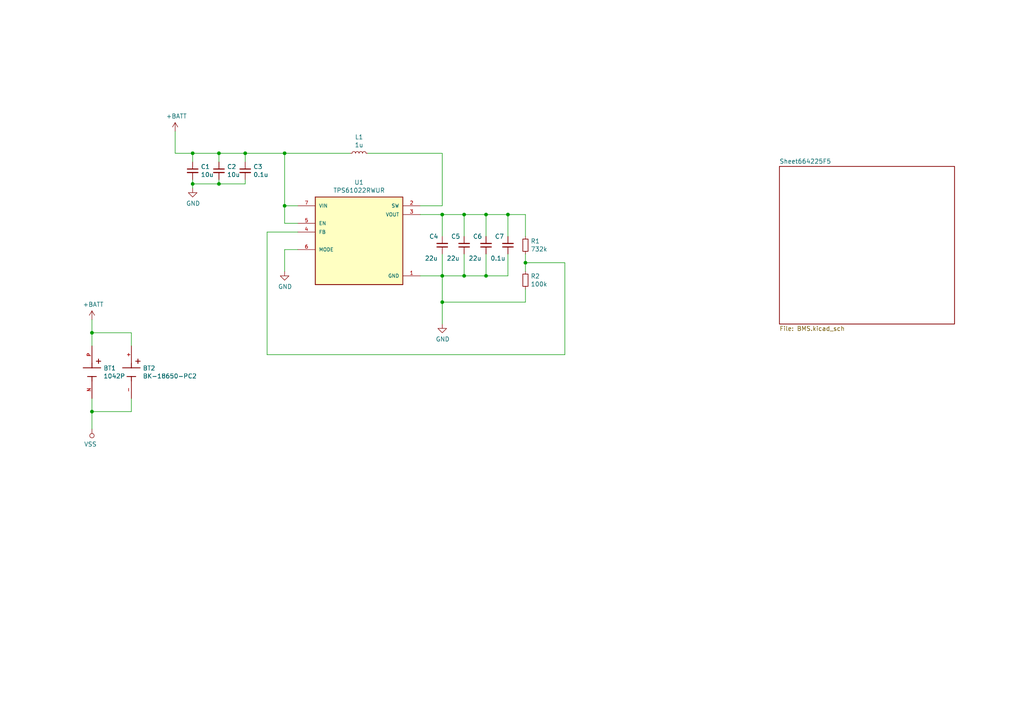
<source format=kicad_sch>
(kicad_sch (version 20231120) (generator "eeschema") (generator_version "8.0")
  (paper "A4")
  (lib_symbols
    (symbol "1042P:1042P" (pin_names (offset 1.016) hide)
      (property "Reference" "BT" (at -3.81 3.81 0))
      (property "Value" "1042P" (at -3.81 -5.08 0))
      (symbol "1042P_0_0"
        (polyline (pts (xy -3.81 1.905) (xy -2.54 1.905)) (stroke (width 0.254)))
        (polyline (pts (xy -3.175 2.54) (xy -3.175 1.27)) (stroke (width 0.254)))
        (polyline (pts (xy -1.27 0) (xy -2.54 0)) (stroke (width 0.254)))
        (polyline (pts (xy -1.27 0) (xy -1.27 -2.54)) (stroke (width 0.254)))
        (polyline (pts (xy -1.27 2.54) (xy -1.27 0)) (stroke (width 0.254)))
        (polyline (pts (xy 1.27 0) (xy 1.27 -1.27)) (stroke (width 0.254)))
        (polyline (pts (xy 1.27 0) (xy 2.54 0)) (stroke (width 0.254)))
        (polyline (pts (xy 1.27 1.27) (xy 1.27 0)) (stroke (width 0.254)))
        (pin passive line (at 7.62 0 180) (length 5.08) (name "~") (number "N"))
        (pin passive line (at -7.62 0 0) (length 5.08) (name "~") (number "P"))
      )
    )
    (symbol "BK-18650-PC2:BK-18650-PC2" (pin_names (offset 1.016) hide)
      (property "Reference" "BT" (at -3.81 3.81 0))
      (property "Value" "BK-18650-PC2" (at -3.81 -5.08 0))
      (symbol "BK-18650-PC2_0_0"
        (polyline (pts (xy -3.81 1.905) (xy -2.54 1.905)) (stroke (width 0.254)))
        (polyline (pts (xy -3.175 2.54) (xy -3.175 1.27)) (stroke (width 0.254)))
        (polyline (pts (xy -1.27 0) (xy -2.54 0)) (stroke (width 0.254)))
        (polyline (pts (xy -1.27 0) (xy -1.27 -2.54)) (stroke (width 0.254)))
        (polyline (pts (xy -1.27 2.54) (xy -1.27 0)) (stroke (width 0.254)))
        (polyline (pts (xy 1.27 0) (xy 1.27 -1.27)) (stroke (width 0.254)))
        (polyline (pts (xy 1.27 0) (xy 2.54 0)) (stroke (width 0.254)))
        (polyline (pts (xy 1.27 1.27) (xy 1.27 0)) (stroke (width 0.254)))
        (pin passive line (at -7.62 0 0) (length 5.08) (name "~") (number "+"))
        (pin passive line (at 7.62 0 180) (length 5.08) (name "~") (number "-"))
      )
    )
    (symbol "Device:C_Small" (pin_numbers hide) (pin_names (offset 0.254) hide)
      (property "Reference" "C" (at 0.254 1.778 0))
      (property "Value" "C_Small" (at 0.254 -2.032 0))
      (symbol "C_Small_0_1"
        (polyline (pts (xy -1.524 -0.508) (xy 1.524 -0.508)) (stroke (width 0.3302)))
        (polyline (pts (xy -1.524 0.508) (xy 1.524 0.508)) (stroke (width 0.3048)))
      )
      (symbol "C_Small_1_1"
        (pin passive line (at 0 2.54 270) (length 2.032) (name "~") (number "1"))
        (pin passive line (at 0 -2.54 90) (length 2.032) (name "~") (number "2"))
      )
    )
    (symbol "Device:L_Small" (pin_numbers hide) (pin_names (offset 0.254) hide)
      (property "Reference" "L" (at 0.762 1.016 0))
      (property "Value" "L_Small" (at 0.762 -1.016 0))
      (symbol "L_Small_0_1"
        (arc (start 0 -2.032) (mid 0.5058 -1.524) (end 0 -1.016))
        (arc (start 0 -1.016) (mid 0.5058 -0.508) (end 0 0))
        (arc (start 0 0) (mid 0.5058 0.508) (end 0 1.016))
        (arc (start 0 1.016) (mid 0.5058 1.524) (end 0 2.032))
      )
      (symbol "L_Small_1_1"
        (pin passive line (at 0 2.54 270) (length 0.508) (name "~") (number "1"))
        (pin passive line (at 0 -2.54 90) (length 0.508) (name "~") (number "2"))
      )
    )
    (symbol "Device:R_Small" (pin_numbers hide) (pin_names (offset 0.254) hide)
      (property "Reference" "R" (at 0.762 0.508 0))
      (property "Value" "R_Small" (at 0.762 -1.016 0))
      (symbol "R_Small_0_1"
        (rectangle (start -0.762 1.778) (end 0.762 -1.778) (stroke (width 0.2032)))
      )
      (symbol "R_Small_1_1"
        (pin passive line (at 0 2.54 270) (length 0.762) (name "~") (number "1"))
        (pin passive line (at 0 -2.54 90) (length 0.762) (name "~") (number "2"))
      )
    )
    (symbol "TPS61022RWUR:TPS61022RWUR" (pin_names (offset 1.016))
      (property "Reference" "U" (at -12.7 13.97 0))
      (property "Value" "TPS61022RWUR" (at -12.7 -13.97 0))
      (symbol "TPS61022RWUR_0_0"
        (rectangle (start -12.7 -12.7) (end 12.7 12.7) (stroke (width 0.254)) (fill (type background)))
        (pin power_in line (at 17.78 -10.16 180) (length 5.08) (name "GND") (number "1"))
        (pin output line (at 17.78 10.16 180) (length 5.08) (name "SW") (number "2"))
        (pin output line (at 17.78 7.62 180) (length 5.08) (name "VOUT") (number "3"))
        (pin input line (at -17.78 2.54 0) (length 5.08) (name "FB") (number "4"))
        (pin input line (at -17.78 5.08 0) (length 5.08) (name "EN") (number "5"))
        (pin input line (at -17.78 -2.54 0) (length 5.08) (name "MODE") (number "6"))
        (pin input line (at -17.78 10.16 0) (length 5.08) (name "VIN") (number "7"))
      )
    )
    (symbol "gopro-powerbank-rescue:+BATT-power" (power) (pin_names (offset 0))
      (property "Value" "power_+BATT" (at 0 3.556 0))
      (symbol "+BATT-power_0_1"
        (polyline (pts (xy -0.762 1.27) (xy 0 2.54)))
        (polyline (pts (xy 0 0) (xy 0 2.54)))
        (polyline (pts (xy 0 2.54) (xy 0.762 1.27)))
      )
      (symbol "+BATT-power_1_1"
        (pin power_in line (at 0 0 90) (length 0) hide (name "+BATT") (number "1"))
      )
    )
    (symbol "gopro-powerbank-rescue:GND-power" (power) (pin_names (offset 0))
      (property "Value" "power_GND" (at 0 -3.81 0))
      (symbol "GND-power_0_1"
        (polyline (pts (xy 0 0) (xy 0 -1.27) (xy 1.27 -1.27) (xy 0 -2.54) (xy -1.27 -1.27) (xy 0 -1.27)))
      )
      (symbol "GND-power_1_1"
        (pin power_in line (at 0 0 270) (length 0) hide (name "GND") (number "1"))
      )
    )
    (symbol "gopro-powerbank-rescue:VSS-power" (power) (pin_names (offset 0))
      (property "Value" "power_VSS" (at 0 3.81 0))
      (symbol "VSS-power_0_1"
        (polyline (pts (xy 0 0) (xy 0 1.27)))
        (circle (center 0 1.905) (radius 0.635))
      )
      (symbol "VSS-power_1_1"
        (pin power_in line (at 0 0 90) (length 0) hide (name "VSS") (number "1"))
      )
    )
  )
  (junction (at 134.62 62.23))
  (junction (at 55.88 53.34))
  (junction (at 63.5 44.45))
  (junction (at 128.27 62.23))
  (junction (at 71.12 44.45))
  (junction (at 26.67 119.38))
  (junction (at 26.67 96.52))
  (junction (at 82.55 44.45))
  (junction (at 152.4 76.2))
  (junction (at 147.32 62.23))
  (junction (at 63.5 53.34))
  (junction (at 140.97 62.23))
  (junction (at 140.97 80.01))
  (junction (at 134.62 80.01))
  (junction (at 128.27 87.63))
  (junction (at 55.88 44.45))
  (junction (at 82.55 59.69))
  (junction (at 128.27 80.01))
  (wire (pts (xy 38.1 96.52) (xy 26.67 96.52)))
  (wire (pts (xy 163.83 76.2) (xy 163.83 102.87)))
  (wire (pts (xy 63.5 52.07) (xy 63.5 53.34)))
  (wire (pts (xy 82.55 72.39) (xy 86.36 72.39)))
  (wire (pts (xy 128.27 59.69) (xy 121.92 59.69)))
  (wire (pts (xy 134.62 62.23) (xy 134.62 68.58)))
  (wire (pts (xy 38.1 119.38) (xy 26.67 119.38)))
  (wire (pts (xy 77.47 67.31) (xy 86.36 67.31)))
  (wire (pts (xy 26.67 92.71) (xy 26.67 96.52)))
  (wire (pts (xy 140.97 80.01) (xy 134.62 80.01)))
  (wire (pts (xy 152.4 73.66) (xy 152.4 76.2)))
  (wire (pts (xy 152.4 87.63) (xy 128.27 87.63)))
  (wire (pts (xy 134.62 80.01) (xy 128.27 80.01)))
  (wire (pts (xy 77.47 102.87) (xy 77.47 67.31)))
  (wire (pts (xy 38.1 115.57) (xy 38.1 119.38)))
  (wire (pts (xy 71.12 44.45) (xy 82.55 44.45)))
  (wire (pts (xy 147.32 73.66) (xy 147.32 80.01)))
  (wire (pts (xy 106.68 44.45) (xy 128.27 44.45)))
  (wire (pts (xy 71.12 53.34) (xy 63.5 53.34)))
  (wire (pts (xy 82.55 78.74) (xy 82.55 72.39)))
  (wire (pts (xy 152.4 62.23) (xy 152.4 68.58)))
  (wire (pts (xy 128.27 44.45) (xy 128.27 59.69)))
  (wire (pts (xy 140.97 62.23) (xy 140.97 68.58)))
  (wire (pts (xy 147.32 62.23) (xy 152.4 62.23)))
  (wire (pts (xy 121.92 62.23) (xy 128.27 62.23)))
  (wire (pts (xy 82.55 44.45) (xy 101.6 44.45)))
  (wire (pts (xy 55.88 46.99) (xy 55.88 44.45)))
  (wire (pts (xy 82.55 59.69) (xy 86.36 59.69)))
  (wire (pts (xy 140.97 73.66) (xy 140.97 80.01)))
  (wire (pts (xy 128.27 62.23) (xy 134.62 62.23)))
  (wire (pts (xy 128.27 80.01) (xy 121.92 80.01)))
  (wire (pts (xy 71.12 44.45) (xy 71.12 46.99)))
  (wire (pts (xy 38.1 100.33) (xy 38.1 96.52)))
  (wire (pts (xy 55.88 52.07) (xy 55.88 53.34)))
  (wire (pts (xy 63.5 53.34) (xy 55.88 53.34)))
  (wire (pts (xy 26.67 115.57) (xy 26.67 119.38)))
  (wire (pts (xy 134.62 62.23) (xy 140.97 62.23)))
  (wire (pts (xy 82.55 44.45) (xy 82.55 59.69)))
  (wire (pts (xy 55.88 44.45) (xy 63.5 44.45)))
  (wire (pts (xy 140.97 62.23) (xy 147.32 62.23)))
  (wire (pts (xy 26.67 96.52) (xy 26.67 100.33)))
  (wire (pts (xy 152.4 76.2) (xy 163.83 76.2)))
  (wire (pts (xy 128.27 73.66) (xy 128.27 80.01)))
  (wire (pts (xy 152.4 83.82) (xy 152.4 87.63)))
  (wire (pts (xy 71.12 52.07) (xy 71.12 53.34)))
  (wire (pts (xy 82.55 59.69) (xy 82.55 64.77)))
  (wire (pts (xy 147.32 62.23) (xy 147.32 68.58)))
  (wire (pts (xy 55.88 53.34) (xy 55.88 54.61)))
  (wire (pts (xy 50.8 38.1) (xy 50.8 44.45)))
  (wire (pts (xy 128.27 87.63) (xy 128.27 80.01)))
  (wire (pts (xy 147.32 80.01) (xy 140.97 80.01)))
  (wire (pts (xy 128.27 62.23) (xy 128.27 68.58)))
  (wire (pts (xy 26.67 119.38) (xy 26.67 124.46)))
  (wire (pts (xy 134.62 73.66) (xy 134.62 80.01)))
  (wire (pts (xy 63.5 44.45) (xy 63.5 46.99)))
  (wire (pts (xy 82.55 64.77) (xy 86.36 64.77)))
  (wire (pts (xy 128.27 93.98) (xy 128.27 87.63)))
  (wire (pts (xy 152.4 76.2) (xy 152.4 78.74)))
  (wire (pts (xy 50.8 44.45) (xy 55.88 44.45)))
  (wire (pts (xy 63.5 44.45) (xy 71.12 44.45)))
  (wire (pts (xy 163.83 102.87) (xy 77.47 102.87)))
  (symbol (lib_id "TPS61022RWUR:TPS61022RWUR") (at 104.14 69.85 0) (unit 1)
    (property "Reference" "U1" (at 104.14 52.9082 0))
    (property "Value" "TPS61022RWUR" (at 104.14 55.2196 0))
    (property "Footprint" "gopro-powerbank:CONV_TPS61022RWUR" (effects (hide yes)))
    (property "MF" "Texas Instruments" (effects (hide yes)))
    (property "MAXIMUM_PACKAGE_HEIGHT" "1.00mm" (effects (hide yes)))
    (property "Package" "VQFN-HR-7 Texas Instruments" (effects (hide yes)))
    (property "Price" "None" (effects (hide yes)))
    (property "Check_prices" "https://www.snapeda.com/parts/TPS61022RWUR/Texas+Instruments/view-part/?ref=eda" (effects (hide yes)))
    (property "STANDARD" "Manufacturer Recommendations" (effects (hide yes)))
    (property "PARTREV" "4223724/C 02/2018" (effects (hide yes)))
    (property "SnapEDA_Link" "https://www.snapeda.com/parts/TPS61022RWUR/Texas+Instruments/view-part/?ref=snap" (effects (hide yes)))
    (property "MP" "TPS61022RWUR" (effects (hide yes)))
    (property "Purchase-URL" "https://www.snapeda.com/api/url_track_click_mouser/?unipart_id=3605344&manufacturer=Texas Instruments&part_name=TPS61022RWUR&search_term=None" (effects (hide yes)))
    (property "Description" "\\n8-A boost converter with 0.5-V ultra-low input voltage\\n" (effects (hide yes)))
    (property "Availability" "In Stock" (effects (hide yes)))
    (property "MANUFACTURER" "Texas Instruments" (effects (hide yes)))
  )
  (symbol (lib_id "Device:C_Small") (at 55.88 49.53 0) (unit 1)
    (property "Reference" "C1" (at 58.2168 48.3616 0) (effects (justify left)))
    (property "Value" "10u" (at 58.2168 50.673 0) (effects (justify left)))
    (property "Footprint" "Capacitor_SMD:C_0805_2012Metric_Pad1.15x1.40mm_HandSolder" (effects (hide yes)))
  )
  (symbol (lib_id "Device:R_Small") (at 152.4 71.12 0) (unit 1)
    (property "Reference" "R1" (at 153.8986 69.9516 0) (effects (justify left)))
    (property "Value" "732k" (at 153.8986 72.263 0) (effects (justify left)))
    (property "Footprint" "Resistor_SMD:R_0805_2012Metric_Pad1.15x1.40mm_HandSolder" (effects (hide yes)))
  )
  (symbol (lib_id "Device:L_Small") (at 104.14 44.45 90) (unit 1)
    (property "Reference" "L1" (at 104.14 39.751 90))
    (property "Value" "1u" (at 104.14 42.0624 90))
    (property "Footprint" "gopro-powerbank:INDDFN750X750X310-2N" (effects (hide yes)))
  )
  (symbol (lib_id "gopro-powerbank-rescue:GND-power") (at 55.88 54.61 0) (unit 1)
    (property "Reference" "#PWR0101" (effects (hide yes)))
    (property "Value" "GND" (at 56.007 59.0042 0))
  )
  (symbol (lib_id "gopro-powerbank-rescue:+BATT-power") (at 50.8 38.1 0) (unit 1)
    (property "Reference" "#PWR0102" (effects (hide yes)))
    (property "Value" "+BATT" (at 51.181 33.7058 0))
  )
  (symbol (lib_id "gopro-powerbank-rescue:GND-power") (at 128.27 93.98 0) (unit 1)
    (property "Reference" "#PWR0103" (effects (hide yes)))
    (property "Value" "GND" (at 128.397 98.3742 0))
  )
  (symbol (lib_id "Device:C_Small") (at 128.27 71.12 180) (unit 1)
    (property "Reference" "C4" (at 124.46 68.58 0) (effects (justify right)))
    (property "Value" "22u" (at 123.19 74.93 0) (effects (justify right)))
    (property "Footprint" "Capacitor_SMD:C_0805_2012Metric_Pad1.15x1.40mm_HandSolder" (effects (hide yes)))
  )
  (symbol (lib_id "Device:C_Small") (at 134.62 71.12 180) (unit 1)
    (property "Reference" "C5" (at 130.81 68.58 0) (effects (justify right)))
    (property "Value" "22u" (at 129.54 74.93 0) (effects (justify right)))
    (property "Footprint" "Capacitor_SMD:C_0805_2012Metric_Pad1.15x1.40mm_HandSolder" (effects (hide yes)))
  )
  (symbol (lib_id "Device:C_Small") (at 140.97 71.12 180) (unit 1)
    (property "Reference" "C6" (at 137.16 68.58 0) (effects (justify right)))
    (property "Value" "22u" (at 135.89 74.93 0) (effects (justify right)))
    (property "Footprint" "Capacitor_SMD:C_0805_2012Metric_Pad1.15x1.40mm_HandSolder" (effects (hide yes)))
  )
  (symbol (lib_id "Device:C_Small") (at 147.32 71.12 180) (unit 1)
    (property "Reference" "C7" (at 143.51 68.58 0) (effects (justify right)))
    (property "Value" "0.1u" (at 142.24 74.93 0) (effects (justify right)))
    (property "Footprint" "Capacitor_SMD:C_0805_2012Metric_Pad1.15x1.40mm_HandSolder" (effects (hide yes)))
  )
  (symbol (lib_id "1042P:1042P") (at 26.67 107.95 270) (unit 1)
    (property "Reference" "BT1" (at 29.972 106.7816 90) (effects (justify left)))
    (property "Value" "1042P" (at 29.972 109.093 90) (effects (justify left)))
    (property "Footprint" "gopro-powerbank:BAT_1042P" (effects (hide yes)))
    (property "MF" "Keystone Electronics" (effects (hide yes)))
    (property "MAXIMUM_PACKAGE_HEIGHT" "15.11mm" (effects (hide yes)))
    (property "Package" "None" (effects (hide yes)))
    (property "Price" "None" (effects (hide yes)))
    (property "Check_prices" "https://www.snapeda.com/parts/1042P/Keystone+Electronics/view-part/?ref=eda" (effects (hide yes)))
    (property "STANDARD" "Manufacturer Recommendations" (effects (hide yes)))
    (property "PARTREV" "E" (effects (hide yes)))
    (property "SnapEDA_Link" "https://www.snapeda.com/parts/1042P/Keystone+Electronics/view-part/?ref=snap" (effects (hide yes)))
    (property "MP" "1042P" (effects (hide yes)))
    (property "Purchase-URL" "https://www.snapeda.com/api/url_track_click_mouser/?unipart_id=590559&manufacturer=Keystone Electronics&part_name=1042P&search_term=battery holder 18650" (effects (hide yes)))
    (property "Description" "\\nSMT Polarized Battery Holder for 18650 Battery | Keystone Electronics 1042P\\n" (effects (hide yes)))
    (property "SNAPEDA_PN" "1042" (effects (hide yes)))
    (property "Availability" "In Stock" (effects (hide yes)))
    (property "MANUFACTURER" "Keystone" (effects (hide yes)))
  )
  (symbol (lib_id "Device:C_Small") (at 63.5 49.53 0) (unit 1)
    (property "Reference" "C2" (at 65.8368 48.3616 0) (effects (justify left)))
    (property "Value" "10u" (at 65.8368 50.673 0) (effects (justify left)))
    (property "Footprint" "Capacitor_SMD:C_0805_2012Metric_Pad1.15x1.40mm_HandSolder" (effects (hide yes)))
  )
  (symbol (lib_id "BK-18650-PC2:BK-18650-PC2") (at 38.1 107.95 270) (unit 1)
    (property "Reference" "BT2" (at 41.402 106.7816 90) (effects (justify left)))
    (property "Value" "BK-18650-PC2" (at 41.402 109.093 90) (effects (justify left)))
    (property "Footprint" "gopro-powerbank:BAT_BK-18650-PC2" (effects (hide yes)))
    (property "MF" "MPD (Memory Protection Devices)" (effects (hide yes)))
    (property "MAXIMUM_PACKAGE_HEIGHT" "21.41 mm" (effects (hide yes)))
    (property "Package" "None" (effects (hide yes)))
    (property "Price" "None" (effects (hide yes)))
    (property "Check_prices" "https://www.snapeda.com/parts/BK-18650-PC2/Memory+Protection+Devices/view-part/?ref=eda" (effects (hide yes)))
    (property "STANDARD" "Manufacturer Recommendations" (effects (hide yes)))
    (property "PARTREV" "F" (effects (hide yes)))
    (property "SnapEDA_Link" "https://www.snapeda.com/parts/BK-18650-PC2/Memory+Protection+Devices/view-part/?ref=snap" (effects (hide yes)))
    (property "MP" "BK-18650-PC2" (effects (hide yes)))
    (property "Description" "\\nBattery Holder (Open) 18650 1 Cell PC Pin\\n" (effects (hide yes)))
    (property "Availability" "In Stock" (effects (hide yes)))
    (property "MANUFACTURER" "MPD" (effects (hide yes)))
  )
  (symbol (lib_id "Device:C_Small") (at 71.12 49.53 0) (unit 1)
    (property "Reference" "C3" (at 73.4568 48.3616 0) (effects (justify left)))
    (property "Value" "0.1u" (at 73.4568 50.673 0) (effects (justify left)))
    (property "Footprint" "Capacitor_SMD:C_0805_2012Metric_Pad1.15x1.40mm_HandSolder" (effects (hide yes)))
  )
  (symbol (lib_id "gopro-powerbank-rescue:+BATT-power") (at 26.67 92.71 0) (unit 1)
    (property "Reference" "#PWR01" (effects (hide yes)))
    (property "Value" "+BATT" (at 27.051 88.3158 0))
  )
  (symbol (lib_id "Device:R_Small") (at 152.4 81.28 0) (unit 1)
    (property "Reference" "R2" (at 153.8986 80.1116 0) (effects (justify left)))
    (property "Value" "100k" (at 153.8986 82.423 0) (effects (justify left)))
    (property "Footprint" "Resistor_SMD:R_0805_2012Metric_Pad1.15x1.40mm_HandSolder" (effects (hide yes)))
  )
  (symbol (lib_id "gopro-powerbank-rescue:GND-power") (at 82.55 78.74 0) (unit 1)
    (property "Reference" "#PWR0104" (effects (hide yes)))
    (property "Value" "GND" (at 82.677 83.1342 0))
  )
  (symbol (lib_id "gopro-powerbank-rescue:VSS-power") (at 26.67 124.46 180) (unit 1)
    (property "Reference" "#PWR02" (effects (hide yes)))
    (property "Value" "VSS" (at 26.2128 128.8542 0))
  )
  (sheet (at 226.06 48.26) (size 50.8 45.72)
    (property "Sheetname" "Sheet664225F5" (at 226.06 47.5484 0) (effects (justify left bottom)))
    (property "Sheetfile" "BMS.kicad_sch" (at 226.06 94.5646 0) (effects (justify left top)))
  )
)
</source>
